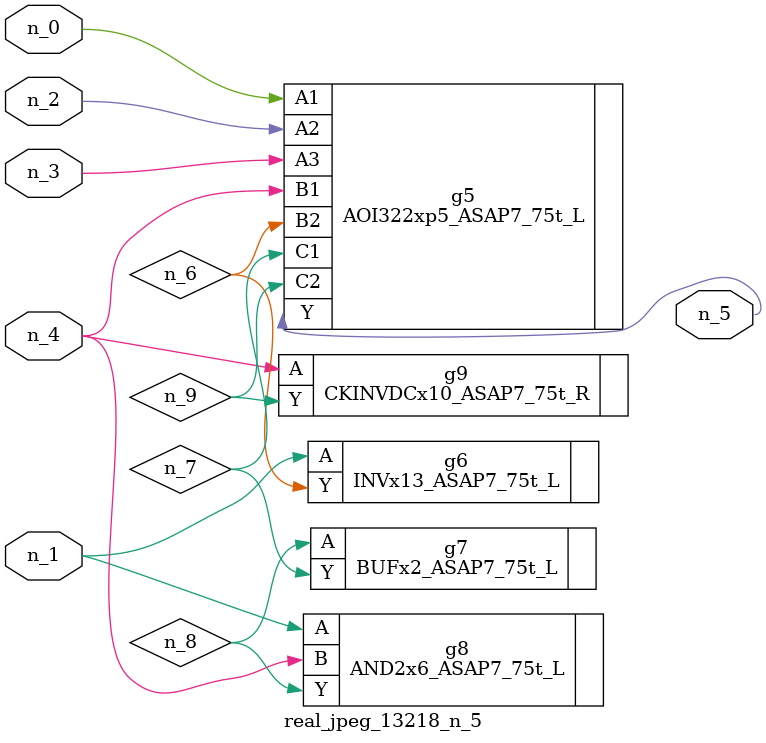
<source format=v>
module real_jpeg_13218_n_5 (n_4, n_0, n_1, n_2, n_3, n_5);

input n_4;
input n_0;
input n_1;
input n_2;
input n_3;

output n_5;

wire n_8;
wire n_6;
wire n_7;
wire n_9;

AOI322xp5_ASAP7_75t_L g5 ( 
.A1(n_0),
.A2(n_2),
.A3(n_3),
.B1(n_4),
.B2(n_6),
.C1(n_7),
.C2(n_9),
.Y(n_5)
);

INVx13_ASAP7_75t_L g6 ( 
.A(n_1),
.Y(n_6)
);

AND2x6_ASAP7_75t_L g8 ( 
.A(n_1),
.B(n_4),
.Y(n_8)
);

CKINVDCx10_ASAP7_75t_R g9 ( 
.A(n_4),
.Y(n_9)
);

BUFx2_ASAP7_75t_L g7 ( 
.A(n_8),
.Y(n_7)
);


endmodule
</source>
